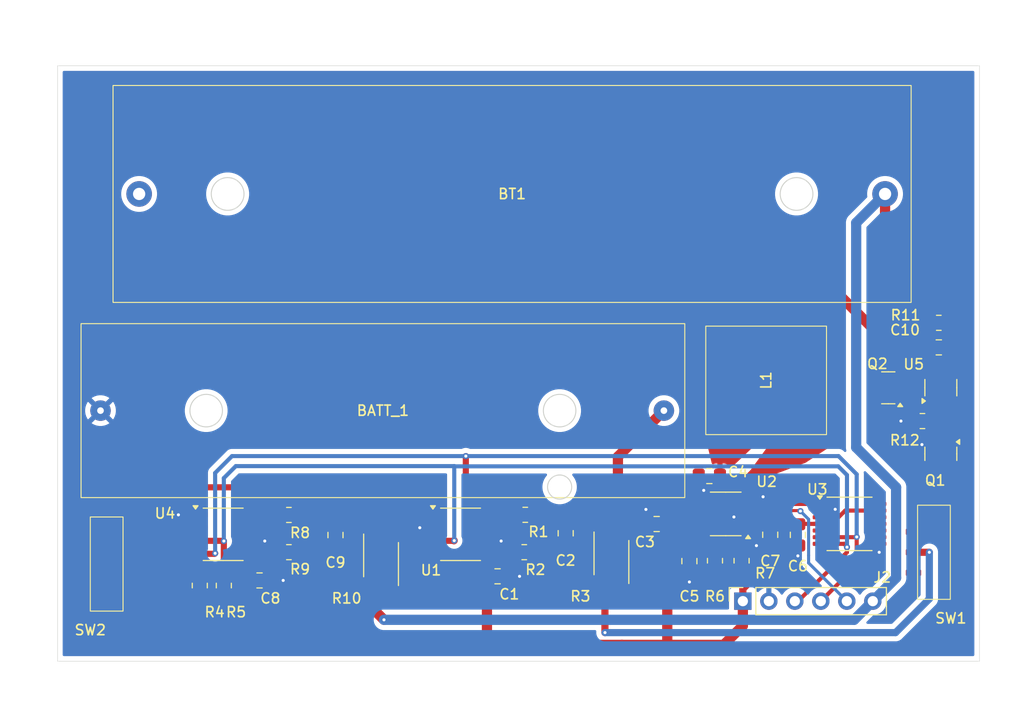
<source format=kicad_pcb>
(kicad_pcb (version 20241229) (generator "pcbnew") (generator_version "9.0")
  (title_block (title "Joule Thief 0") (date "2025-03-14") (rev "2") (company "Suneater Labs"))
  (layers (0 "F.Cu" signal) (2 "B.Cu" signal) (13 "F.Paste" user) (15 "B.Paste" user) (5 "F.SilkS" user "F.Silkscreen") (7 "B.SilkS" user "B.Silkscreen") (1 "F.Mask" user) (3 "B.Mask" user) (25 "Edge.Cuts" user))
  (net 0 "")
  (net 1 "+ALK")
  (net 2 "GND")
  (net 3 "LITH")
  (net 4 "Net-(BT1--)")
  (net 5 "V5+")
  (net 6 "Net-(C2-Pad1)")
  (net 7 "Net-(C2-Pad2)")
  (net 8 "Net-(SW1-B)")
  (net 9 "Net-(U2-AUX)")
  (net 10 "Net-(U2-LDO)")
  (net 11 "Net-(C9-Pad1)")
  (net 12 "Net-(C9-Pad2)")
  (net 13 "Net-(U5-VCC)")
  (net 14 "SDA")
  (net 15 "SHDN")
  (net 16 "SCL")
  (net 17 "Net-(U2-SWITCH)")
  (net 18 "Net-(Q1-D)")
  (net 19 "Net-(Q1-G)")
  (net 20 "Net-(Q2-G)")
  (net 21 "Net-(U1-IN+)")
  (net 22 "Net-(U1-IN-)")
  (net 23 "Net-(SW1-A)")
  (net 24 "Net-(U2-FB)")
  (net 25 "Net-(U4-IN+)")
  (net 26 "Net-(U4-IN-)")
  (net 27 "Net-(U5-CS)")
  (net 28 "MPPC")
  (net 34 "Net-(SW2-B)")
  (footprint "Joule Thief-Library:18650_Cell_Clip" (layer "F.Cu") (at 104.3725 42.33)
    (property "Reference" "BT1" (at 0 0 0) (layer "F.SilkS") (effects (font (thickness 0.16))))
    (property "Value" "Battery_Cell")
    (fp_circle (center -27.8 0) (end -26.2 0) (stroke (width 0.1)) (fill no) (layer "Edge.Cuts"))
    (fp_circle (center 27.8 0) (end 29.4 0) (stroke (width 0.1)) (fill no) (layer "Edge.Cuts"))
    (pad "1" thru_hole circle (at 36.45 0) (size 2.5 2.5) (drill 1.2) (layers "*.Cu" "*.Mask") (net 3 "LITH"))
    (pad "2" thru_hole circle (at -36.45 0) (size 2.5 2.5) (drill 1.2) (layers "*.Cu" "*.Mask") (net 4 "Net-(BT1--)"))
  )
  (footprint "Joule Thief-Library:AA_Cell_Clip" (layer "F.Cu") (at 91.7475 63.505)
    (property "Reference" "BATT_1" (at 0 0 0) (layer "F.SilkS") (effects (font (thickness 0.16))))
    (property "Value" "Alkaline AA")
    (fp_circle (center -17.27 0) (end -15.68 0) (stroke (width 0.1)) (fill no) (layer "Edge.Cuts"))
    (fp_circle (center 17.27 0) (end 18.86 0) (stroke (width 0.1)) (fill no) (layer "Edge.Cuts"))
    (fp_circle (center 17.27 7.47) (end 18.45 7.47) (stroke (width 0.1)) (fill no) (layer "Edge.Cuts"))
    (pad "1" thru_hole circle (at 27.46 0) (size 2 2) (drill 0.65) (layers "*.Cu" "*.Mask") (net 1 "+ALK"))
    (pad "2" thru_hole circle (at -27.6 0) (size 2 2) (drill 0.65) (layers "*.Cu" "*.Mask") (net 2 "GND"))
  )
  (footprint "Resistor_SMD:R_0805_2012Metric_Pad1.20x1.40mm_HandSolder" (layer "F.Cu") (at 105.66 73.69)
    (property "Reference" "R1" (at 1.29 1.66 0) (layer "F.SilkS") (effects (font (thickness 0.16))))
    (property "Value" "10")
    (pad "1" smd roundrect (at -1 0) (size 1.2 1.4) (layers "F.Cu" "F.Mask" "F.Paste") (roundrect_rratio 0.208333) (net 21 "Net-(U1-IN+)"))
    (pad "2" smd roundrect (at 1 0) (size 1.2 1.4) (layers "F.Cu" "F.Mask" "F.Paste") (roundrect_rratio 0.208333) (net 6 "Net-(C2-Pad1)"))
  )
  (footprint "Package_SO:TSSOP-14_4.4x5mm_P0.65mm" (layer "F.Cu") (at 137.35 74.575)
    (property "Reference" "U3" (at -3.15 -3.375 180) (layer "F.SilkS") (effects (font (thickness 0.16))))
    (property "Value" "AD5280")
    (pad "1" smd roundrect (at -2.8625 -1.95) (size 1.475 0.4) (layers "F.Cu" "F.Mask" "F.Paste") (net 28 "MPPC"))
    (pad "2" smd roundrect (at -2.8625 -1.3) (size 1.475 0.4) (layers "F.Cu" "F.Mask" "F.Paste") (net 28 "MPPC"))
    (pad "3" smd roundrect (at -2.8625 -0.65) (size 1.475 0.4) (layers "F.Cu" "F.Mask" "F.Paste") (net 2 "GND"))
    (pad "4" smd roundrect (at -2.8625 0) (size 1.475 0.4) (layers "F.Cu" "F.Mask" "F.Paste") (net 5 "V5+"))
    (pad "5" smd roundrect (at -2.8625 0.65) (size 1.475 0.4) (layers "F.Cu" "F.Mask" "F.Paste"))
    (pad "6" smd roundrect (at -2.8625 1.3) (size 1.475 0.4) (layers "F.Cu" "F.Mask" "F.Paste") (net 16 "SCL"))
    (pad "7" smd roundrect (at -2.8625 1.95) (size 1.475 0.4) (layers "F.Cu" "F.Mask" "F.Paste") (net 14 "SDA"))
    (pad "8" smd roundrect (at 2.8625 1.95) (size 1.475 0.4) (layers "F.Cu" "F.Mask" "F.Paste") (net 2 "GND"))
    (pad "9" smd roundrect (at 2.8625 1.3) (size 1.475 0.4) (layers "F.Cu" "F.Mask" "F.Paste") (net 2 "GND"))
    (pad "10" smd roundrect (at 2.8625 0.65) (size 1.475 0.4) (layers "F.Cu" "F.Mask" "F.Paste") (net 2 "GND"))
    (pad "11" smd roundrect (at 2.8625 0) (size 1.475 0.4) (layers "F.Cu" "F.Mask" "F.Paste") (net 2 "GND"))
    (pad "12" smd roundrect (at 2.8625 -0.65) (size 1.475 0.4) (layers "F.Cu" "F.Mask" "F.Paste"))
    (pad "13" smd roundrect (at 2.8625 -1.3) (size 1.475 0.4) (layers "F.Cu" "F.Mask" "F.Paste") (net 5 "V5+"))
    (pad "14" smd roundrect (at 2.8625 -1.95) (size 1.475 0.4) (layers "F.Cu" "F.Mask" "F.Paste"))
  )
  (footprint "Package_SO:MSOP-12_3x4.039mm_P0.65mm" (layer "F.Cu") (at 125.25 73.6 180)
    (property "Reference" "U2" (at -4 3.15 0) (layer "F.SilkS") (effects (font (thickness 0.16))))
    (property "Value" "LTC3105xMS")
    (pad "1" smd roundrect (at -2.15 -1.625 180) (size 1.45 0.4) (layers "F.Cu" "F.Mask" "F.Paste") (net 24 "Net-(U2-FB)"))
    (pad "2" smd roundrect (at -2.15 -0.975 180) (size 1.45 0.4) (layers "F.Cu" "F.Mask" "F.Paste") (net 10 "Net-(U2-LDO)"))
    (pad "3" smd roundrect (at -2.15 -0.325 180) (size 1.45 0.4) (layers "F.Cu" "F.Mask" "F.Paste") (net 2 "GND"))
    (pad "4" smd roundrect (at -2.15 0.325 180) (size 1.45 0.4) (layers "F.Cu" "F.Mask" "F.Paste") (net 15 "SHDN"))
    (pad "5" smd roundrect (at -2.15 0.975 180) (size 1.45 0.4) (layers "F.Cu" "F.Mask" "F.Paste") (net 28 "MPPC"))
    (pad "6" smd roundrect (at -2.15 1.625 180) (size 1.45 0.4) (layers "F.Cu" "F.Mask" "F.Paste") (net 2 "GND"))
    (pad "7" smd roundrect (at 2.15 1.625 180) (size 1.45 0.4) (layers "F.Cu" "F.Mask" "F.Paste") (net 2 "GND"))
    (pad "8" smd roundrect (at 2.15 0.975 180) (size 1.45 0.4) (layers "F.Cu" "F.Mask" "F.Paste") (net 23 "Net-(SW1-A)"))
    (pad "9" smd roundrect (at 2.15 0.325 180) (size 1.45 0.4) (layers "F.Cu" "F.Mask" "F.Paste") (net 17 "Net-(U2-SWITCH)"))
    (pad "10" smd roundrect (at 2.15 -0.325 180) (size 1.45 0.4) (layers "F.Cu" "F.Mask" "F.Paste"))
    (pad "11" smd roundrect (at 2.15 -0.975 180) (size 1.45 0.4) (layers "F.Cu" "F.Mask" "F.Paste") (net 5 "V5+"))
    (pad "12" smd roundrect (at 2.15 -1.625 180) (size 1.45 0.4) (layers "F.Cu" "F.Mask" "F.Paste") (net 9 "Net-(U2-AUX)"))
  )
  (footprint "Capacitor_SMD:C_0805_2012Metric_Pad1.18x1.45mm_HandSolder" (layer "F.Cu") (at 118.5 74.5875)
    (property "Reference" "C3" (at -1.15 1.75 0) (layer "F.SilkS") (effects (font (thickness 0.16))))
    (property "Value" "100u")
    (pad "1" smd roundrect (at -1.0375 0) (size 1.175 1.45) (layers "F.Cu" "F.Mask" "F.Paste") (roundrect_rratio 0.212766) (net 2 "GND"))
    (pad "2" smd roundrect (at 1.0375 0) (size 1.175 1.45) (layers "F.Cu" "F.Mask" "F.Paste") (roundrect_rratio 0.212766) (net 5 "V5+"))
  )
  (footprint "Resistor_SMD:R_0805_2012Metric_Pad1.20x1.40mm_HandSolder" (layer "F.Cu") (at 144.475 64.525)
    (property "Reference" "R12" (at -1.725 1.875 180) (layer "F.SilkS") (effects (font (thickness 0.16))))
    (property "Value" "1k")
    (pad "1" smd roundrect (at -1 0) (size 1.2 1.4) (layers "F.Cu" "F.Mask" "F.Paste") (roundrect_rratio 0.208333) (net 2 "GND"))
    (pad "2" smd roundrect (at 1 0) (size 1.2 1.4) (layers "F.Cu" "F.Mask" "F.Paste") (roundrect_rratio 0.208333) (net 27 "Net-(U5-CS)"))
  )
  (footprint "Resistor_SMD:R_0805_2012Metric_Pad1.20x1.40mm_HandSolder" (layer "F.Cu") (at 124.2 78.175 90)
    (property "Reference" "R6" (at -3.475 0 180) (layer "F.SilkS") (effects (font (thickness 0.16))))
    (property "Value" "910k")
    (pad "1" smd roundrect (at -1 0 90) (size 1.2 1.4) (layers "F.Cu" "F.Mask" "F.Paste") (roundrect_rratio 0.208333) (net 5 "V5+"))
    (pad "2" smd roundrect (at 1 0 90) (size 1.2 1.4) (layers "F.Cu" "F.Mask" "F.Paste") (roundrect_rratio 0.208333) (net 24 "Net-(U2-FB)"))
  )
  (footprint "Resistor_SMD:R_0805_2012Metric_Pad1.20x1.40mm_HandSolder" (layer "F.Cu") (at 82.56 73.7025)
    (property "Reference" "R8" (at 1.09 1.7475 0) (layer "F.SilkS") (effects (font (thickness 0.16))))
    (property "Value" "10")
    (pad "1" smd roundrect (at -1 0) (size 1.2 1.4) (layers "F.Cu" "F.Mask" "F.Paste") (roundrect_rratio 0.208333) (net 25 "Net-(U4-IN+)"))
    (pad "2" smd roundrect (at 1 0) (size 1.2 1.4) (layers "F.Cu" "F.Mask" "F.Paste") (roundrect_rratio 0.208333) (net 12 "Net-(C9-Pad2)"))
  )
  (footprint "Resistor_SMD:R_0805_2012Metric_Pad1.20x1.40mm_HandSolder" (layer "F.Cu") (at 82.56 77.34)
    (property "Reference" "R9" (at 1.09 1.66 0) (layer "F.SilkS") (effects (font (thickness 0.16))))
    (property "Value" "10")
    (pad "1" smd roundrect (at -1 0) (size 1.2 1.4) (layers "F.Cu" "F.Mask" "F.Paste") (roundrect_rratio 0.208333) (net 26 "Net-(U4-IN-)"))
    (pad "2" smd roundrect (at 1 0) (size 1.2 1.4) (layers "F.Cu" "F.Mask" "F.Paste") (roundrect_rratio 0.208333) (net 11 "Net-(C9-Pad1)"))
  )
  (footprint "Capacitor_SMD:C_0805_2012Metric_Pad1.18x1.45mm_HandSolder" (layer "F.Cu") (at 109.61 75.49 -90)
    (property "Reference" "C2" (at 2.66 0.01 180) (layer "F.SilkS") (effects (font (thickness 0.16))))
    (property "Value" "0.1u")
    (pad "1" smd roundrect (at -1.0375 0 270) (size 1.175 1.45) (layers "F.Cu" "F.Mask" "F.Paste") (roundrect_rratio 0.212766) (net 6 "Net-(C2-Pad1)"))
    (pad "2" smd roundrect (at 1.0375 0 270) (size 1.175 1.45) (layers "F.Cu" "F.Mask" "F.Paste") (roundrect_rratio 0.212766) (net 7 "Net-(C2-Pad2)"))
  )
  (footprint "Package_TO_SOT_SMD:SOT-23" (layer "F.Cu") (at 146.275 67.725 -90)
    (property "Reference" "Q1" (at 2.6 0.55 180) (layer "F.SilkS") (effects (font (thickness 0.16))))
    (property "Value" "AO3400A")
    (pad "1" smd roundrect (at -0.9375 -0.95 270) (size 1.475 0.6) (layers "F.Cu" "F.Mask" "F.Paste") (net 19 "Net-(Q1-G)"))
    (pad "2" smd roundrect (at -0.9375 0.95 270) (size 1.475 0.6) (layers "F.Cu" "F.Mask" "F.Paste") (net 2 "GND"))
    (pad "3" smd roundrect (at 0.9375 0 270) (size 1.475 0.6) (layers "F.Cu" "F.Mask" "F.Paste") (net 18 "Net-(Q1-D)"))
  )
  (footprint "Capacitor_SMD:C_0805_2012Metric_Pad1.18x1.45mm_HandSolder" (layer "F.Cu") (at 87.1125 75.665 90)
    (property "Reference" "C9" (at -2.685 0 180) (layer "F.SilkS") (effects (font (thickness 0.16))))
    (property "Value" "0.1u")
    (pad "1" smd roundrect (at -1.0375 0 90) (size 1.175 1.45) (layers "F.Cu" "F.Mask" "F.Paste") (roundrect_rratio 0.212766) (net 11 "Net-(C9-Pad1)"))
    (pad "2" smd roundrect (at 1.0375 0 90) (size 1.175 1.45) (layers "F.Cu" "F.Mask" "F.Paste") (roundrect_rratio 0.212766) (net 12 "Net-(C9-Pad2)"))
  )
  (footprint "Capacitor_SMD:C_0805_2012Metric_Pad1.18x1.45mm_HandSolder" (layer "F.Cu") (at 121.7 78.2125 -90)
    (property "Reference" "C5" (at 3.4375 0 180) (layer "F.SilkS") (effects (font (thickness 0.16))))
    (property "Value" "1u")
    (pad "1" smd roundrect (at -1.0375 0 270) (size 1.175 1.45) (layers "F.Cu" "F.Mask" "F.Paste") (roundrect_rratio 0.212766) (net 9 "Net-(U2-AUX)"))
    (pad "2" smd roundrect (at 1.0375 0 270) (size 1.175 1.45) (layers "F.Cu" "F.Mask" "F.Paste") (roundrect_rratio 0.212766) (net 2 "GND"))
  )
  (footprint "Connector_PinSocket_2.54mm:PinSocket_1x06_P2.54mm_Vertical" (layer "F.Cu") (at 126.925 82.125 90)
    (property "Reference" "J2" (at 2.325 13.625 180) (layer "F.SilkS") (effects (font (thickness 0.16))))
    (property "Value" "Conn_01x06_Socket")
    (pad "1" thru_hole rect (at 0 0 90) (size 1.7 1.7) (drill 1) (layers "*.Cu" "*.Mask") (net 5 "V5+"))
    (pad "2" thru_hole oval (at 0 2.54 90) (size 1.7 1.7) (drill 1) (layers "*.Cu" "*.Mask") (net 2 "GND"))
    (pad "3" thru_hole oval (at 0 5.08 90) (size 1.7 1.7) (drill 1) (layers "*.Cu" "*.Mask") (net 14 "SDA"))
    (pad "4" thru_hole oval (at 0 7.62 90) (size 1.7 1.7) (drill 1) (layers "*.Cu" "*.Mask") (net 16 "SCL"))
    (pad "5" thru_hole oval (at 0 10.16 90) (size 1.7 1.7) (drill 1) (layers "*.Cu" "*.Mask") (net 15 "SHDN"))
    (pad "6" thru_hole oval (at 0 12.7 90) (size 1.7 1.7) (drill 1) (layers "*.Cu" "*.Mask") (net 3 "LITH"))
  )
  (footprint "Resistor_SMD:R_0805_2012Metric_Pad1.20x1.40mm_HandSolder" (layer "F.Cu") (at 105.56 77.34)
    (property "Reference" "R2" (at 1.09 1.71 0) (layer "F.SilkS") (effects (font (thickness 0.16))))
    (property "Value" "10")
    (pad "1" smd roundrect (at -1 0) (size 1.2 1.4) (layers "F.Cu" "F.Mask" "F.Paste") (roundrect_rratio 0.208333) (net 22 "Net-(U1-IN-)"))
    (pad "2" smd roundrect (at 1 0) (size 1.2 1.4) (layers "F.Cu" "F.Mask" "F.Paste") (roundrect_rratio 0.208333) (net 7 "Net-(C2-Pad2)"))
  )
  (footprint "Package_TO_SOT_SMD:SOT-23-6" (layer "F.Cu") (at 146.275 61.2625 90)
    (property "Reference" "U5" (at 2.2875 -2.65 0) (layer "F.SilkS") (effects (font (thickness 0.16))))
    (property "Value" "DW01A")
    (pad "1" smd roundrect (at -1.1375 -0.95 90) (size 1.325 0.6) (layers "F.Cu" "F.Mask" "F.Paste") (net 20 "Net-(Q2-G)"))
    (pad "2" smd roundrect (at -1.1375 0 90) (size 1.325 0.6) (layers "F.Cu" "F.Mask" "F.Paste") (net 27 "Net-(U5-CS)"))
    (pad "3" smd roundrect (at -1.1375 0.95 90) (size 1.325 0.6) (layers "F.Cu" "F.Mask" "F.Paste") (net 19 "Net-(Q1-G)"))
    (pad "4" smd roundrect (at 1.1375 0.95 90) (size 1.325 0.6) (layers "F.Cu" "F.Mask" "F.Paste"))
    (pad "5" smd roundrect (at 1.1375 0 90) (size 1.325 0.6) (layers "F.Cu" "F.Mask" "F.Paste") (net 13 "Net-(U5-VCC)"))
    (pad "6" smd roundrect (at 1.1375 -0.95 90) (size 1.325 0.6) (layers "F.Cu" "F.Mask" "F.Paste") (net 4 "Net-(BT1--)"))
  )
  (footprint "Capacitor_SMD:C_0805_2012Metric_Pad1.18x1.45mm_HandSolder" (layer "F.Cu") (at 123.65 69.9 180)
    (property "Reference" "C4" (at -2.8 0.4 0) (layer "F.SilkS") (effects (font (thickness 0.16))))
    (property "Value" "10u")
    (pad "1" smd roundrect (at -1.0375 0 180) (size 1.175 1.45) (layers "F.Cu" "F.Mask" "F.Paste") (roundrect_rratio 0.212766) (net 23 "Net-(SW1-A)"))
    (pad "2" smd roundrect (at 1.0375 0 180) (size 1.175 1.45) (layers "F.Cu" "F.Mask" "F.Paste") (roundrect_rratio 0.212766) (net 2 "GND"))
  )
  (footprint "Package_TO_SOT_SMD:SOT-23" (layer "F.Cu") (at 141.1375 61.275 180)
    (property "Reference" "Q2" (at 1.0625 2.35 0) (layer "F.SilkS") (effects (font (thickness 0.16))))
    (property "Value" "AO3400A")
    (pad "1" smd roundrect (at -0.9375 -0.95 180) (size 1.475 0.6) (layers "F.Cu" "F.Mask" "F.Paste") (net 20 "Net-(Q2-G)"))
    (pad "2" smd roundrect (at -0.9375 0.95 180) (size 1.475 0.6) (layers "F.Cu" "F.Mask" "F.Paste") (net 4 "Net-(BT1--)"))
    (pad "3" smd roundrect (at 0.9375 0 180) (size 1.475 0.6) (layers "F.Cu" "F.Mask" "F.Paste") (net 18 "Net-(Q1-D)"))
  )
  (footprint "Capacitor_SMD:C_0805_2012Metric_Pad1.18x1.45mm_HandSolder" (layer "F.Cu") (at 129.6 75.6375 -90)
    (property "Reference" "C7" (at 2.5625 0 180) (layer "F.SilkS") (effects (font (thickness 0.16))))
    (property "Value" "4.7u")
    (pad "1" smd roundrect (at -1.0375 0 270) (size 1.175 1.45) (layers "F.Cu" "F.Mask" "F.Paste") (roundrect_rratio 0.212766) (net 10 "Net-(U2-LDO)"))
    (pad "2" smd roundrect (at 1.0375 0 270) (size 1.175 1.45) (layers "F.Cu" "F.Mask" "F.Paste") (roundrect_rratio 0.212766) (net 2 "GND"))
  )
  (footprint "Capacitor_SMD:C_0805_2012Metric_Pad1.18x1.45mm_HandSolder" (layer "F.Cu") (at 132.3 75.65 -90)
    (property "Reference" "C6" (at 3.05 0 180) (layer "F.SilkS") (effects (font (thickness 0.16))))
    (property "Value" "0.1u")
    (pad "1" smd roundrect (at -1.0375 0 270) (size 1.175 1.45) (layers "F.Cu" "F.Mask" "F.Paste") (roundrect_rratio 0.212766) (net 5 "V5+"))
    (pad "2" smd roundrect (at 1.0375 0 270) (size 1.175 1.45) (layers "F.Cu" "F.Mask" "F.Paste") (roundrect_rratio 0.212766) (net 2 "GND"))
  )
  (footprint "Resistor_SMD:R_Shunt_Vishay_WSK2512_6332Metric_T1.19mm" (layer "F.Cu") (at 91.565 78.07 -90)
    (property "Reference" "R10" (at 3.78 3.365 180) (layer "F.SilkS") (effects (font (thickness 0.16))))
    (property "Value" "0.1R")
    (pad "1" smd roundrect (at -2.985 -0.635 270) (size 2.29 2.03) (layers "F.Cu" "F.Mask" "F.Paste") (roundrect_rratio 0.12) (net 34 "Net-(SW2-B)"))
    (pad "2" smd roundrect (at -3.43 1.27 270) (size 1.4 0.76) (layers "F.Cu" "F.Mask" "F.Paste") (roundrect_rratio 0.12) (net 12 "Net-(C9-Pad2)"))
    (pad "3" smd roundrect (at 3.43 -1.27 270) (size 1.4 0.76) (layers "F.Cu" "F.Mask" "F.Paste") (net 11 "Net-(C9-Pad1)"))
    (pad "4" smd roundrect (at 2.985 0.635 270) (size 2.29 2.03) (layers "F.Cu" "F.Mask" "F.Paste") (roundrect_rratio 0.12) (net 3 "LITH"))
  )
  (footprint "Package_SO:SOIC-8_3.9x4.9mm_P1.27mm" (layer "F.Cu") (at 76.135 75.595)
    (property "Reference" "U4" (at -5.685 -2.045 0) (layer "F.SilkS") (effects (font (thickness 0.16))))
    (property "Value" "INA219AxD")
    (pad "1" smd roundrect (at -2.475 -1.905) (size 1.95 0.6) (layers "F.Cu" "F.Mask" "F.Paste") (net 2 "GND"))
    (pad "2" smd roundrect (at -2.475 -0.635) (size 1.95 0.6) (layers "F.Cu" "F.Mask" "F.Paste") (net 5 "V5+"))
    (pad "3" smd roundrect (at -2.475 0.635) (size 1.95 0.6) (layers "F.Cu" "F.Mask" "F.Paste") (net 14 "SDA"))
    (pad "4" smd roundrect (at -2.475 1.905) (size 1.95 0.6) (layers "F.Cu" "F.Mask" "F.Paste") (net 16 "SCL"))
    (pad "5" smd roundrect (at 2.475 1.905) (size 1.95 0.6) (layers "F.Cu" "F.Mask" "F.Paste") (net 5 "V5+"))
    (pad "6" smd roundrect (at 2.475 0.635) (size 1.95 0.6) (layers "F.Cu" "F.Mask" "F.Paste") (net 2 "GND"))
    (pad "7" smd roundrect (at 2.475 -0.635) (size 1.95 0.6) (layers "F.Cu" "F.Mask" "F.Paste") (net 26 "Net-(U4-IN-)"))
    (pad "8" smd roundrect (at 2.475 -1.905) (size 1.95 0.6) (layers "F.Cu" "F.Mask" "F.Paste") (net 25 "Net-(U4-IN+)"))
  )
  (footprint "Resistor_SMD:R_Shunt_Vishay_WSK2512_6332Metric_T1.19mm" (layer "F.Cu") (at 114.08 77.87 -90)
    (property "Reference" "R3" (at 3.78 3.03 180) (layer "F.SilkS") (effects (font (thickness 0.16))))
    (property "Value" "0.1R")
    (pad "1" smd roundrect (at -2.985 -0.635 270) (size 2.29 2.03) (layers "F.Cu" "F.Mask" "F.Paste") (roundrect_rratio 0.12) (net 1 "+ALK"))
    (pad "2" smd roundrect (at -3.43 1.27 270) (size 1.4 0.76) (layers "F.Cu" "F.Mask" "F.Paste") (roundrect_rratio 0.12) (net 6 "Net-(C2-Pad1)"))
    (pad "3" smd roundrect (at 3.43 -1.27 270) (size 1.4 0.76) (layers "F.Cu" "F.Mask" "F.Paste") (net 7 "Net-(C2-Pad2)"))
    (pad "4" smd roundrect (at 2.985 0.635 270) (size 2.29 2.03) (layers "F.Cu" "F.Mask" "F.Paste") (roundrect_rratio 0.12) (net 8 "Net-(SW1-B)"))
  )
  (footprint "Joule Thief-Library:Power_Inductor_101040" (layer "F.Cu") (at 129.2 60.55)
    (property "Reference" "L1" (at 0 0 90) (layer "F.SilkS") (effects (font (thickness 0.16))))
    (property "Value" "10u")
    (pad "1" smd roundrect (at -4.75 0 90) (size 3.5 4) (layers "F.Cu" "F.Mask" "F.Paste") (roundrect_rratio 0.15) (net 23 "Net-(SW1-A)"))
    (pad "2" smd roundrect (at 4.75 0 90) (size 3.5 4) (layers "F.Cu" "F.Mask" "F.Paste") (roundrect_rratio 0.15) (net 17 "Net-(U2-SWITCH)"))
  )
  (footprint "Resistor_SMD:R_0805_2012Metric_Pad1.20x1.40mm_HandSolder" (layer "F.Cu") (at 126.8 78.175 -90)
    (property "Reference" "R7" (at 1.225 -2.3 180) (layer "F.SilkS") (effects (font (thickness 0.16))))
    (property "Value" "220k")
    (pad "1" smd roundrect (at -1 0 270) (size 1.2 1.4) (layers "F.Cu" "F.Mask" "F.Paste") (roundrect_rratio 0.208333) (net 24 "Net-(U2-FB)"))
    (pad "2" smd roundrect (at 1 0 270) (size 1.2 1.4) (layers "F.Cu" "F.Mask" "F.Paste") (roundrect_rratio 0.208333) (net 2 "GND"))
  )
  (footprint "Resistor_SMD:R_0805_2012Metric_Pad1.20x1.40mm_HandSolder" (layer "F.Cu") (at 146.075 54.925 180)
    (property "Reference" "R11" (at 3.25 0.75 0) (layer "F.SilkS") (effects (font (thickness 0.16))))
    (property "Value" "100")
    (pad "1" smd roundrect (at -1 0 180) (size 1.2 1.4) (layers "F.Cu" "F.Mask" "F.Paste") (roundrect_rratio 0.208333) (net 13 "Net-(U5-VCC)"))
    (pad "2" smd roundrect (at 1 0 180) (size 1.2 1.4) (layers "F.Cu" "F.Mask" "F.Paste") (roundrect_rratio 0.208333) (net 3 "LITH"))
  )
  (footprint "Capacitor_SMD:C_0805_2012Metric_Pad1.18x1.45mm_HandSolder" (layer "F.Cu") (at 79.69 80.1025)
    (property "Reference" "C8" (at 1.06 1.7475 180) (layer "F.SilkS") (effects (font (thickness 0.16))))
    (property "Value" "0.1u")
    (pad "1" smd roundrect (at -1.0375 0) (size 1.175 1.45) (layers "F.Cu" "F.Mask" "F.Paste") (roundrect_rratio 0.212766) (net 5 "V5+"))
    (pad "2" smd roundrect (at 1.0375 0) (size 1.175 1.45) (layers "F.Cu" "F.Mask" "F.Paste") (roundrect_rratio 0.212766) (net 2 "GND"))
  )
  (footprint "Joule Thief-Library:SMD_DPST_Switch" (layer "F.Cu") (at 145.6 77.35 -90)
    (property "Reference" "SW1" (at 6.45 -1.65 0) (layer "F.SilkS") (effects (font (thickness 0.16))))
    (property "Value" "SW_SPST")
    (pad "1" smd roundrect (at -2 2) (size 1.5 0.6) (layers "F.Cu" "F.Mask" "F.Paste") (roundrect_rratio 0.15) (net 23 "Net-(SW1-A)"))
    (pad "2" smd roundrect (at 0 2) (size 1.5 0.6) (layers "F.Cu" "F.Mask" "F.Paste") (roundrect_rratio 0.15) (net 8 "Net-(SW1-B)"))
    (pad "3" smd roundrect (at 2 2) (size 1.5 0.6) (layers "F.Cu" "F.Mask" "F.Paste") (roundrect_rratio 0.15))
    (pad "4" smd roundrect (at -2 -2) (size 1.5 0.6) (layers "F.Cu" "F.Mask" "F.Paste") (roundrect_rratio 0.15))
    (pad "5" smd roundrect (at 0 -2) (size 1.5 0.6) (layers "F.Cu" "F.Mask" "F.Paste") (roundrect_rratio 0.15))
    (pad "6" smd roundrect (at 2 -2) (size 1.5 0.6) (layers "F.Cu" "F.Mask" "F.Paste") (roundrect_rratio 0.15))
  )
  (footprint "Resistor_SMD:R_0805_2012Metric_Pad1.20x1.40mm_HandSolder" (layer "F.Cu") (at 76.2 80.6 90)
    (property "Reference" "R5" (at -2.6 1.2 0) (layer "F.SilkS") (effects (font (thickness 0.16))))
    (property "Value" "4.7k")
    (pad "1" smd roundrect (at -1 0 90) (size 1.2 1.4) (layers "F.Cu" "F.Mask" "F.Paste") (roundrect_rratio 0.208333) (net 5 "V5+"))
    (pad "2" smd roundrect (at 1 0 90) (size 1.2 1.4) (layers "F.Cu" "F.Mask" "F.Paste") (roundrect_rratio 0.208333) (net 14 "SDA"))
  )
  (footprint "Resistor_SMD:R_0805_2012Metric_Pad1.20x1.40mm_HandSolder" (layer "F.Cu") (at 73.85 80.6 90)
    (property "Reference" "R4" (at -2.6 1.45 0) (layer "F.SilkS") (effects (font (thickness 0.16))))
    (property "Value" "4.7k")
    (pad "1" smd roundrect (at -1 0 90) (size 1.2 1.4) (layers "F.Cu" "F.Mask" "F.Paste") (roundrect_rratio 0.208333) (net 5 "V5+"))
    (pad "2" smd roundrect (at 1 0 90) (size 1.2 1.4) (layers "F.Cu" "F.Mask" "F.Paste") (roundrect_rratio 0.208333) (net 16 "SCL"))
  )
  (footprint "Capacitor_SMD:C_0805_2012Metric_Pad1.18x1.45mm_HandSolder" (layer "F.Cu") (at 102.9525 79.6975)
    (property "Reference" "C1" (at 1.1475 1.7525 0) (layer "F.SilkS") (effects (font (thickness 0.16))))
    (property "Value" "0.1u")
    (pad "1" smd roundrect (at -1.0375 0) (size 1.175 1.45) (layers "F.Cu" "F.Mask" "F.Paste") (roundrect_rratio 0.212766) (net 5 "V5+"))
    (pad "2" smd roundrect (at 1.0375 0) (size 1.175 1.45) (layers "F.Cu" "F.Mask" "F.Paste") (roundrect_rratio 0.212766) (net 2 "GND"))
  )
  (footprint "Package_SO:SOIC-8_3.9x4.9mm_P1.27mm" (layer "F.Cu") (at 99.335 75.595)
    (property "Reference" "U1" (at -2.885 3.505 0) (layer "F.SilkS") (effects (font (thickness 0.16))))
    (property "Value" "INA219AxD")
    (pad "1" smd roundrect (at -2.475 -1.905) (size 1.95 0.6) (layers "F.Cu" "F.Mask" "F.Paste") (net 2 "GND"))
    (pad "2" smd roundrect (at -2.475 -0.635) (size 1.95 0.6) (layers "F.Cu" "F.Mask" "F.Paste") (net 2 "GND"))
    (pad "3" smd roundrect (at -2.475 0.635) (size 1.95 0.6) (layers "F.Cu" "F.Mask" "F.Paste") (net 14 "SDA"))
    (pad "4" smd roundrect (at -2.475 1.905) (size 1.95 0.6) (layers "F.Cu" "F.Mask" "F.Paste") (net 16 "SCL"))
    (pad "5" smd roundrect (at 2.475 1.905) (size 1.95 0.6) (layers "F.Cu" "F.Mask" "F.Paste") (net 5 "V5+"))
    (pad "6" smd roundrect (at 2.475 0.635) (size 1.95 0.6) (layers "F.Cu" "F.Mask" "F.Paste") (net 2 "GND"))
    (pad "7" smd roundrect (at 2.475 -0.635) (size 1.95 0.6) (layers "F.Cu" "F.Mask" "F.Paste") (net 22 "Net-(U1-IN-)"))
    (pad "8" smd roundrect (at 2.475 -1.905) (size 1.95 0.6) (layers "F.Cu" "F.Mask" "F.Paste") (net 21 "Net-(U1-IN+)"))
  )
  (footprint "Capacitor_SMD:C_0805_2012Metric_Pad1.18x1.45mm_HandSolder" (layer "F.Cu") (at 146.075 57.325 180)
    (property "Reference" "C10" (at 3.3 1.7 0) (layer "F.SilkS") (effects (font (thickness 0.16))))
    (property "Value" "0.1u")
    (pad "1" smd roundrect (at -1.0375 0 180) (size 1.175 1.45) (layers "F.Cu" "F.Mask" "F.Paste") (roundrect_rratio 0.212766) (net 13 "Net-(U5-VCC)"))
    (pad "2" smd roundrect (at 1.0375 0 180) (size 1.175 1.45) (layers "F.Cu" "F.Mask" "F.Paste") (roundrect_rratio 0.212766) (net 4 "Net-(BT1--)"))
  )
  (footprint "Joule Thief-Library:SMD_DPST_Switch" (layer "F.Cu") (at 64.75 78.5 90)
    (property "Reference" "SW2" (at -6.45 -1.6 0) (layer "F.SilkS") (effects (font (thickness 0.16))))
    (property "Value" "SW_SPST")
    (pad "1" smd roundrect (at -2 2 180) (size 1.5 0.6) (layers "F.Cu" "F.Mask" "F.Paste") (roundrect_rratio 0.15) (net 5 "V5+"))
    (pad "2" smd roundrect (at 0 2 180) (size 1.5 0.6) (layers "F.Cu" "F.Mask" "F.Paste") (roundrect_rratio 0.15) (net 34 "Net-(SW2-B)"))
    (pad "3" smd roundrect (at 2 2 180) (size 1.5 0.6) (layers "F.Cu" "F.Mask" "F.Paste") (roundrect_rratio 0.15))
    (pad "4" smd roundrect (at -2 -2 180) (size 1.5 0.6) (layers "F.Cu" "F.Mask" "F.Paste") (roundrect_rratio 0.15))
    (pad "5" smd roundrect (at 0 -2 180) (size 1.5 0.6) (layers "F.Cu" "F.Mask" "F.Paste") (roundrect_rratio 0.15))
    (pad "6" smd roundrect (at 2 -2 180) (size 1.5 0.6) (layers "F.Cu" "F.Mask" "F.Paste") (roundrect_rratio 0.15))
  )
  (gr_rect (start 59.95 29.8) (end 150.05 88) (stroke (width 0.05)) (fill no) (layer "Edge.Cuts"))
  (segment (start 119.2075 63.505) (end 114.715 67.9975) (width 1) (layer "F.Cu") (net 1))
  (segment (start 114.715 67.9975) (end 114.715 74.885) (width 1) (layer "F.Cu") (net 1))
  (segment (start 123.1 71.2) (end 123.1 71.3) (width 0.6) (layer "F.Cu") (net 2))
  (segment (start 128.275 76.675) (end 128.25 76.7) (width 0.4) (layer "F.Cu") (net 2))
  (segment (start 140.25 76.5625) (end 140.2125 76.525) (width 0.6) (layer "F.Cu") (net 2))
  (segment (start 145.2875 66.825) (end 145.325 66.7875) (width 0.6) (layer "F.Cu") (net 2))
  (segment (start 143.475 64.525) (end 142.375 64.525) (width 0.6) (layer "F.Cu") (net 2))
  (segment (start 144.425 66.825) (end 145.2875 66.825) (width 0.6) (layer "F.Cu") (net 2))
  (segment (start 140.25 77.35) (end 140.25 76.5625) (width 0.6) (layer "F.Cu") (net 2))
  (segment (start 127.275 79.175) (end 128.25 78.2) (width 0.6) (layer "F.Cu") (net 2))
  (segment (start 144.4625 66.7875) (end 144.425 66.825) (width 0.3) (layer "F.Cu") (net 2))
  (segment (start 126.8 79.175) (end 127.275 79.175) (width 0.6) (layer "F.Cu") (net 2))
  (segment (start 96.86 74.96) (end 95.36 74.96) (width 0.6) (layer "F.Cu") (net 2))
  (segment (start 129.4 82.06) (end 129.465 82.125) (width 0.3) (layer "F.Cu") (net 2))
  (segment (start 105.0975 79.6975) (end 105.1 79.7) (width 0.3) (layer "F.Cu") (net 2))
  (segment (start 122.65 70.75) (end 123.1 71.2) (width 0.6) (layer "F.Cu") (net 2))
  (segment (start 122.6125 69.9) (end 122.65 69.9375) (width 0.6) (layer "F.Cu") (net 2))
  (segment (start 117.45 74.575) (end 117.4625 74.5875) (width 0.6) (layer "F.Cu") (net 2))
  (segment (start 128.85 71.975) (end 128.9 71.925) (width 0.4) (layer "F.Cu") (net 2))
  (segment (start 96.86 73.69) (end 96.86 74.96) (width 0.6) (layer "F.Cu") (net 2))
  (segment (start 134.4875 73.925) (end 135.224999 73.925) (width 0.3) (layer "F.Cu") (net 2))
  (segment (start 128.25 78.2) (end 128.25 76.7) (width 0.6) (layer "F.Cu") (net 2))
  (segment (start 123.1 71.975) (end 123.1 71.3) (width 0.4) (layer "F.Cu") (net 2))
  (segment (start 78.61 76.23) (end 80.18 76.23) (width 0.6) (layer "F.Cu") (net 2))
  (segment (start 140.2125 75.875) (end 140.2125 76.525) (width 0.6) (layer "F.Cu") (net 2))
  (segment (start 95.36 74.96) (end 95.35 74.95) (width 0.4) (layer "F.Cu") (net 2))
  (segment (start 103.28 76.23) (end 103.3 76.25) (width 0.3) (layer "F.Cu") (net 2))
  (segment (start 71.76 73.69) (end 73.66 73.69) (width 0.6) (layer "F.Cu") (net 2))
  (segment (start 101.81 76.23) (end 103.28 76.23) (width 0.6) (layer "F.Cu") (net 2))
  (segment (start 132.3 76.6875) (end 132.3 77.7) (width 0.6) (layer "F.Cu") (net 2))
  (segment (start 81.9975 80.1025) (end 82 80.1) (width 0.3) (layer "F.Cu") (net 2))
  (segment (start 127.4 73.925) (end 126.075 73.925) (width 0.4) (layer "F.Cu") (net 2))
  (segment (start 129.6 76.675) (end 128.275 76.675) (width 0.6) (layer "F.Cu") (net 2))
  (segment (start 140.2125 77.3125) (end 140.25 77.35) (width 0.3) (layer "F.Cu") (net 2))
  (segment (start 121.7 80.2) (end 121.65 80.25) (width 0.3) (layer "F.Cu") (net 2))
  (segment (start 140.2125 75.225) (end 140.2125 75.875) (width 0.6) (layer "F.Cu") (net 2))
  (segment (start 122.65 69.9375) (end 122.65 70.75) (width 0.6) (layer "F.Cu") (net 2))
  (segment (start 140.2125 74.575) (end 140.2125 75.225) (width 0.4) (layer "F.Cu") (net 2))
  (segment (start 126.075 73.925) (end 126.05 73.95) (width 0.3) (layer "F.Cu") (net 2))
  (segment (start 135.224999 73.925) (end 135.95 73.199999) (width 0.3) (layer "F.Cu") (net 2))
  (segment (start 80.7275 80.1025) (end 80.7275 80.3275) (width 0.3) (layer "F.Cu") (net 2))
  (segment (start 80.18 76.23) (end 80.2 76.25) (width 0.3) (layer "F.Cu") (net 2))
  (segment (start 80.7275 80.1025) (end 81.9975 80.1025) (width 0.6) (layer "F.Cu") (net 2))
  (segment (start 121.7 79.25) (end 121.7 80.2) (width 0.6) (layer "F.Cu") (net 2))
  (segment (start 127.4 71.975) (end 128.85 71.975) (width 0.4) (layer "F.Cu") (net 2))
  (segment (start 103.99 79.6975) (end 105.0975 79.6975) (width 0.6) (layer "F.Cu") (net 2))
  (segment (start 117.45 73.1625) (end 117.45 74.575) (width 0.6) (layer "F.Cu") (net 2))
  (via (at 95.35 74.95) (size 0.6) (drill 0.3) (layers "F.Cu" "B.Cu") (net 2))
  (via (at 71.76 73.69) (size 0.6) (drill 0.3) (layers "F.Cu" "B.Cu") (net 2))
  (via (at 132.3 77.7) (size 0.6) (drill 0.3) (layers "F.Cu" "B.Cu") (net 2))
  (via (at 126.05 73.9) (size 0.6) (drill 0.3) (layers "F.Cu" "B.Cu") (net 2))
  (via (at 123.1 71.3) (size 0.6) (drill 0.3) (layers "F.Cu" "B.Cu") (net 2))
  (via (at 128.25 76.7) (size 0.6) (drill 0.3) (layers "F.Cu" "B.Cu") (net 2))
  (via (at 135.95 73.15) (size 0.6) (drill 0.3) (layers "F.Cu" "B.Cu") (net 2))
  (via (at 121.7 80.25) (size 0.6) (drill 0.3) (layers "F.Cu" "B.Cu") (net 2))
  (via (at 117.45 73.1625) (size 0.6) (drill 0.3) (layers "F.Cu" "B.Cu") (net 2))
  (via (at 103.3 76.25) (size 0.6) (drill 0.3) (layers "F.Cu" "B.Cu") (net 2))
  (via (at 140.25 77.35) (size 0.6) (drill 0.3) (layers "F.Cu" "B.Cu") (net 2))
  (via (at 82 80.1) (size 0.6) (drill 0.3) (layers "F.Cu" "B.Cu") (net 2))
  (via (at 128.9 71.925) (size 0.6) (drill 0.3) (layers "F.Cu" "B.Cu") (net 2))
  (via (at 105.1 79.7) (size 0.6) (drill 0.3) (layers "F.Cu" "B.Cu") (net 2))
  (via (at 80.2 76.25) (size 0.6) (drill 0.3) (layers "F.Cu" "B.Cu") (net 2))
  (via (at 142.375 64.525) (size 0.6) (drill 0.3) (layers "F.Cu" "B.Cu") (net 2))
  (via (at 144.425 66.825) (size 0.6) (drill 0.3) (layers "F.Cu" "B.Cu") (net 2))
  (segment (start 145.075 54.925) (end 145.075 51.725) (width 1) (layer "F.Cu") (net 3))
  (segment (start 145.075 51.725) (end 140.8225 47.4725) (width 1) (layer "F.Cu") (net 3))
  (segment (start 140.8225 47.4725) (end 140.8225 42.33) (width 1) (layer "F.Cu") (net 3))
  (segment (start 90.9 83) (end 90.93 82.97) (width 1) (layer "F.Cu") (net 3))
  (segment (start 91.85 83.95) (end 90.9 83) (width 1) (layer "F.Cu") (net 3))
  (segment (start 90.93 82.97) (end 90.93 81.055) (width 1) (layer "F.Cu") (net 3))
  (via (at 91.85 83.95) (size 0.6) (drill 0.3) (layers "F.Cu" "B.Cu") (net 3))
  (segment (start 141.9 79.85) (end 141.9 71) (width 1) (layer "B.Cu") (net 3))
  (segment (start 138 45.1525) (end 140.8225 42.33) (width 1) (layer "B.Cu") (net 3))
  (segment (start 91.85 83.95) (end 137.8 83.95) (width 1) (layer "B.Cu") (net 3))
  (segment (start 138 67.1) (end 138 45.1525) (width 1) (layer "B.Cu") (net 3))
  (segment (start 139.625 82.125) (end 141.9 79.85) (width 1) (layer "B.Cu") (net 3))
  (segment (start 141.9 71) (end 138 67.1) (width 1) (layer "B.Cu") (net 3))
  (segment (start 137.8 83.95) (end 139.625 82.125) (width 1) (layer "B.Cu") (net 3))
  (segment (start 142.075 57.925) (end 142.075 60.325) (width 1) (layer "F.Cu") (net 4))
  (segment (start 145.325 60.125) (end 145.325 58.925) (width 0.6) (layer "F.Cu") (net 4))
  (segment (start 73.6425 51.25) (end 135.4 51.25) (width 1) (layer "F.Cu") (net 4))
  (segment (start 64.7975 42.405) (end 73.6425 51.25) (width 1) (layer "F.Cu") (net 4))
  (segment (start 145.325 58.925) (end 145.0375 58.6375) (width 0.6) (layer "F.Cu") (net 4))
  (segment (start 135.4 51.25) (end 142.075 57.925) (width 1) (layer "F.Cu") (net 4))
  (segment (start 145.125 60.325) (end 145.325 60.125) (width 0.4) (layer "F.Cu") (net 4))
  (segment (start 142.075 60.325) (end 145.125 60.325) (width 0.6) (layer "F.Cu") (net 4))
  (segment (start 145.325 57.6125) (end 145.0375 57.325) (width 0.4) (layer "F.Cu") (net 4))
  (segment (start 145.0375 58.6375) (end 145.0375 57.325) (width 0.6) (layer "F.Cu") (net 4))
  (segment (start 73.85 81.6) (end 73.85 83.35) (width 1) (layer "F.Cu") (net 5))
  (segment (start 119.5375 74.5875) (end 119.55 74.6) (width 0.5) (layer "F.Cu") (net 5))
  (segment (start 140.2125 73.275) (end 136.925 73.275) (width 0.4) (layer "F.Cu") (net 5))
  (segment (start 119.55 86.399) (end 125.051 86.399) (width 1) (layer "F.Cu") (net 5))
  (segment (start 71.64 74.96) (end 70.9 75.7) (width 0.7) (layer "F.Cu") (net 5))
  (segment (start 124.2 80.15) (end 124.2 79.175) (width 0.7) (layer "F.Cu") (net 5))
  (segment (start 70.9 80.5) (end 70.9 83.5) (width 1) (layer "F.Cu") (net 5))
  (segment (start 70.9 83.5) (end 72.3 84.9) (width 1) (layer "F.Cu") (net 5))
  (segment (start 119.55 74.575) (end 119.5375 74.5875) (width 0.4) (layer "F.Cu") (net 5))
  (segment (start 123.1 74.575) (end 119.55 74.575) (width 0.4) (layer "F.Cu") (net 5))
  (segment (start 131.4875 74.6125) (end 130.95 75.15) (width 0.7) (layer "F.Cu") (net 5))
  (segment (start 136.925 73.275) (end 135.625 74.575) (width 0.4) (layer "F.Cu") (net 5))
  (segment (start 73.799 86.399) (end 115.101 86.399) (width 1) (layer "F.Cu") (net 5))
  (segment (start 132.3 74.6125) (end 131.4875 74.6125) (width 0.7) (layer "F.Cu") (net 5))
  (segment (start 78.6525 80.1025) (end 78.6525 80.9475) (width 1) (layer "F.Cu") (net 5))
  (segment (start 76.2 81.6) (end 73.85 81.6) (width 1) (layer "F.Cu") (net 5))
  (segment (start 124.4 80.35) (end 124.2 80.15) (width 0.7) (layer "F.Cu") (net 5))
  (segment (start 130.2 80.35) (end 127.5 80.35) (width 0.7) (layer "F.Cu") (net 5))
  (segment (start 134.4875 74.575) (end 132.3375 74.575) (width 0.4) (layer "F.Cu") (net 5))
  (segment (start 70.9 75.7) (end 70.9 80.5) (width 1) (layer "F.Cu") (net 5))
  (segment (start 78 81.6) (end 76.2 81.6) (width 1) (layer "F.Cu") (net 5))
  (segment (start 78.6525 80.9475) (end 78 81.6) (width 1) (layer "F.Cu") (net 5))
  (segment (start 72.3 84.9) (end 73.799 86.399) (width 1) (layer "F.Cu") (net 5))
  (segment (start 125.051 86.399) (end 126.925 84.525) (width 1) (layer "F.Cu") (net 5))
  (segment (start 130.95 75.15) (end 130.95 79.6) (width 0.7) (layer "F.Cu") (net 5))
  (segment (start 78.61 79.52) (end 78.6525 79.5625) (width 0.4) (layer "F.Cu") (net 5))
  (segment (start 73.85 83.35) (end 72.3 84.9) (width 1) (layer "F.Cu") (net 5))
  (segment (start 130.95 79.6) (end 130.2 80.35) (width 0.7) (layer "F.Cu") (net 5))
  (segment (start 132.3375 74.575) (end 132.3 74.6125) (width 0.4) (layer "F.Cu") (net 5))
  (segment (start 101.915 79.6975) (end 101.915 86.199) (width 1) (layer "F.Cu") (net 5))
  (segment (start 135.625 74.575) (end 134.4875 74.575) (width 0.4) (layer "F.Cu") (net 5))
  (segment (start 127.5 80.35) (end 126.925 80.925) (width 0.7) (layer "F.Cu") (net 5))
  (segment (start 119.5375 86.3865) (end 119.55 86.399) (width 1) (layer "F.Cu") (net 5))
  (segment (start 119.5375 74.975) (end 119.5375 86.3865) (width 1) (layer "F.Cu") (net 5))
  (segment (start 126.925 80.925) (end 126.925 82.125) (width 0.7) (layer "F.Cu") (net 5))
  (segment (start 134.45 74.6125) (end 134.4875 74.575) (width 0.3) (layer "F.Cu") (net 5))
  (segment (start 101.81 79.5925) (end 101.915 79.6975) (width 0.4) (layer "F.Cu") (net 5))
  (segment (start 73.66 74.96) (end 71.64 74.96) (width 0.6) (layer "F.Cu") (net 5))
  (segment (start 127.5 80.35) (end 124.4 80.35) (width 0.7) (layer "F.Cu") (net 5))
  (segment (start 101.81 77.5) (end 101.81 79.5925) (width 0.6) (layer "F.Cu") (net 5))
  (segment (start 126.8 82) (end 126.925 82.125) (width 0.3) (layer "F.Cu") (net 5))
  (segment (start 78.61 77.5) (end 78.61 79.52) (width 0.6) (layer "F.Cu") (net 5))
  (segment (start 66.75 80.5) (end 70.9 80.5) (width 0.6) (layer "F.Cu") (net 5))
  (segment (start 126.925 84.525) (end 126.925 82.125) (width 1) (layer "F.Cu") (net 5))
  (segment (start 115.101 86.399) (end 119.55 86.399) (width 1) (layer "F.Cu") (net 5))
  (segment (start 112.7975 74.4525) (end 112.81 74.44) (width 0.3) (layer "F.Cu") (net 6))
  (segment (start 109.61 74.4525) (end 112.7975 74.4525) (width 0.3) (layer "F.Cu") (net 6))
  (segment (start 107.69 73.69) (end 108.4525 74.4525) (width 0.3) (layer "F.Cu") (net 6))
  (segment (start 106.66 73.69) (end 107.69 73.69) (width 0.3) (layer "F.Cu") (net 6))
  (segment (start 108.4525 74.4525) (end 109.61 74.4525) (width 0.3) (layer "F.Cu") (net 6))
  (segment (start 112.7275 76.5275) (end 115.35 79.15) (width 0.3) (layer "F.Cu") (net 7))
  (segment (start 115.35 79.15) (end 115.35 81.3) (width 0.3) (layer "F.Cu") (net 7))
  (segment (start 109.61 76.5275) (end 108.4725 76.5275) (width 0.3) (layer "F.Cu") (net 7))
  (segment (start 108.4725 76.5275) (end 107.66 77.34) (width 0.3) (layer "F.Cu") (net 7))
  (segment (start 107.66 77.34) (end 106.56 77.34) (width 0.3) (layer "F.Cu") (net 7))
  (segment (start 109.61 76.5275) (end 112.7275 76.5275) (width 0.3) (layer "F.Cu") (net 7))
  (segment (start 113.445 80.855) (end 113.445 85.195) (width 0.7) (layer "F.Cu") (net 8))
  (segment (start 143.6 77.35) (end 145.15 77.35) (width 0.7) (layer "F.Cu") (net 8))
  (segment (start 113.445 85.195) (end 113.45 85.2) (width 0.7) (layer "F.Cu") (net 8))
  (via (at 113.45 85.2) (size 0.6) (drill 0.3) (layers "F.Cu" "B.Cu") (net 8))
  (via (at 145.15 77.35) (size 0.6) (drill 0.3) (layers "F.Cu" "B.Cu") (net 8))
  (segment (start 145.15 81.9) (end 141.85 85.2) (width 0.7) (layer "B.Cu") (net 8))
  (segment (start 145.15 77.35) (end 145.15 81.9) (width 0.7) (layer "B.Cu") (net 8))
  (segment (start 141.85 85.2) (end 113.45 85.2) (width 0.7) (layer "B.Cu") (net 8))
  (segment (start 122.25 75.225) (end 123.1 75.225) (width 0.4) (layer "F.Cu") (net 9))
  (segment (start 121.7 77.175) (end 121.7 75.775) (width 0.4) (layer "F.Cu") (net 9))
  (segment (start 121.7 75.775) (end 122.25 75.225) (width 0.4) (layer "F.Cu") (net 9))
  (segment (start 129.575 74.575) (end 129.6 74.6) (width 0.3) (layer "F.Cu") (net 10))
  (segment (start 127.4 74.575) (end 129.575 74.575) (width 0.4) (layer "F.Cu") (net 10))
  (segment (start 87.1125 76.7025) (end 89.8475 76.7025) (width 0.3) (layer "F.Cu") (net 11))
  (segment (start 85.4975 76.7025) (end 84.86 77.34) (width 0.3) (layer "F.Cu") (net 11))
  (segment (start 92.8525 81.4825) (end 92.835 81.5) (width 0.3) (layer "F.Cu") (net 11))
  (segment (start 84.86 77.34) (end 83.56 77.34) (width 0.3) (layer "F.Cu") (net 11))
  (segment (start 92.8525 79.7075) (end 92.8525 81.4825) (width 0.3) (layer "F.Cu") (net 11))
  (segment (start 87.1125 76.7025) (end 85.4975 76.7025) (width 0.3) (layer "F.Cu") (net 11))
  (segment (start 89.8475 76.7025) (end 92.8525 79.7075) (width 0.3) (layer "F.Cu") (net 11))
  (segment (start 90.2825 74.6275) (end 90.295 74.64) (width 0.3) (layer "F.Cu") (net 12))
  (segment (start 87.1125 74.6275) (end 90.2825 74.6275) (width 0.3) (layer "F.Cu") (net 12))
  (segment (start 87.1125 74.6275) (end 85.6775 74.6275) (width 0.3) (layer "F.Cu") (net 12))
  (segment (start 85.6775 74.6275) (end 84.7525 73.7025) (width 0.3) (layer "F.Cu") (net 12))
  (segment (start 84.7525 73.7025) (end 83.56 73.7025) (width 0.3) (layer "F.Cu") (net 12))
  (segment (start 146.275 60.125) (end 146.275 59.125) (width 0.6) (layer "F.Cu") (net 13))
  (segment (start 147.075 54.925) (end 147.075 57.2875) (width 0.6) (layer "F.Cu") (net 13))
  (segment (start 147.1125 58.2875) (end 147.1125 57.325) (width 0.6) (layer "F.Cu") (net 13))
  (segment (start 147.075 57.2875) (end 147.1125 57.325) (width 0.4) (layer "F.Cu") (net 13))
  (segment (start 146.275 59.125) (end 147.1125 58.2875) (width 0.6) (layer "F.Cu") (net 13))
  (segment (start 136.825 76.525) (end 137.1 76.8) (width 0.4) (layer "F.Cu") (net 14))
  (segment (start 132.3 82.15) (end 132.275 82.125) (width 0.4) (layer "F.Cu") (net 14))
  (segment (start 137.1 77.35) (end 132.3 82.15) (width 0.4) (layer "F.Cu") (net 14))
  (segment (start 98.693674 76.23) (end 98.716293 76.207381) (width 0.7) (layer "F.Cu") (net 14))
  (segment (start 96.86 76.23) (end 98.693674 76.23) (width 0.6) (layer "F.Cu") (net 14))
  (segment (start 96.9 76.27) (end 96.86 76.23) (width 0.3) (layer "F.Cu") (net 14))
  (segment (start 73.66 76.23) (end 76.18 76.23) (width 0.6) (layer "F.Cu") (net 14))
  (segment (start 132.275 82.125) (end 132.005 82.125) (width 0.4) (layer "F.Cu") (net 14))
  (segment (start 76.18 76.23) (end 76.2 76.25) (width 0.6) (layer "F.Cu") (net 14))
  (segment (start 134.4875 76.525) (end 136.825 76.525) (width 0.4) (layer "F.Cu") (net 14))
  (segment (start 76.2 79.6) (end 76.2 76.25) (width 0.6) (layer "F.Cu") (net 14))
  (segment (start 137.1 76.8) (end 137.1 77.35) (width 0.4) (layer "F.Cu") (net 14))
  (via (at 98.716293 76.207381) (size 0.6) (drill 0.3) (layers "F.Cu" "B.Cu") (net 14))
  (via (at 137.1 76.85) (size 0.6) (drill 0.3) (layers "F.Cu" "B.Cu") (net 14))
  (via (at 76.2 76.25) (size 0.6) (drill 0.3) (layers "F.Cu" "B.Cu") (net 14))
  (segment (start 76.2 70.1) (end 76.2 76.25) (width 0.4) (layer "B.Cu") (net 14))
  (segment (start 98.74 68.95) (end 98.72 68.93) (width 0.4) (layer "B.Cu") (net 14))
  (segment (start 137.1 76.8) (end 137.1 69.8) (width 0.4) (layer "B.Cu") (net 14))
  (segment (start 98.72 76.203674) (end 98.72 68.93) (width 0.4) (layer "B.Cu") (net 14))
  (segment (start 136.25 68.95) (end 98.74 68.95) (width 0.4) (layer "B.Cu") (net 14))
  (segment (start 77.37 68.93) (end 76.2 70.1) (width 0.4) (layer "B.Cu") (net 14))
  (segment (start 98.72 68.93) (end 77.37 68.93) (width 0.4) (layer "B.Cu") (net 14))
  (segment (start 137.1 69.8) (end 136.25 68.95) (width 0.4) (layer "B.Cu") (net 14))
  (segment (start 98.716293 76.207381) (end 98.72 76.203674) (width 0.4) (layer "B.Cu") (net 14))
  (segment (start 132.5 73.275) (end 127.4 73.275) (width 0.3) (layer "F.Cu") (net 15))
  (segment (start 132.55 73.325) (end 132.5 73.275) (width 0.3) (layer "F.Cu") (net 15))
  (via (at 132.55 73.325) (size 0.6) (drill 0.3) (layers "F.Cu" "B.Cu") (net 15))
  (segment (start 137.085 82.125) (end 133.35 78.39) (width 0.3) (layer "B.Cu") (net 15))
  (segment (start 133.35 74.125) (end 132.55 73.325) (width 0.3) (layer "B.Cu") (net 15))
  (segment (start 133.35 78.39) (end 133.35 77.65) (width 0.3) (layer "B.Cu") (net 15))
  (segment (start 133.35 77.65) (end 133.35 74.125) (width 0.3) (layer "B.Cu") (net 15))
  (segment (start 138.05 78.62) (end 134.545 82.125) (width 0.4) (layer "F.Cu") (net 16))
  (segment (start 99.1 77.5) (end 99.85 76.75) (width 0.6) (layer "F.Cu") (net 16))
  (segment (start 73.71 77.45) (end 73.66 77.5) (width 0.3) (layer "F.Cu") (net 16))
  (segment (start 134.4875 75.875) (end 138.025 75.875) (width 0.4) (layer "F.Cu") (net 16))
  (segment (start 138.025 75.875) (end 138.05 75.85) (width 0.4) (layer "F.Cu") (net 16))
  (segment (start 73.85 77.625) (end 73.85 79.6) (width 0.7) (layer "F.Cu") (net 16))
  (segment (start 73.66 77.5) (end 75.3 77.5) (width 0.6) (layer "F.Cu") (net 16))
  (segment (start 138.05 75.85) (end 138.05 78.62) (width 0.4) (layer "F.Cu") (net 16))
  (segment (start 99.85 76.75) (end 99.85 67.95) (width 0.6) (layer "F.Cu") (net 16))
  (segment (start 75.3 77.5) (end 75.35 77.45) (width 0.6) (layer "F.Cu") (net 16))
  (segment (start 96.86 77.5) (end 99.1 77.5) (width 0.6) (layer "F.Cu") (net 16))
  (via (at 99.85 67.95) (size 0.6) (drill 0.3) (layers "F.Cu" "B.Cu") (net 16))
  (via (at 138.05 75.85) (size 0.6) (drill 0.3) (layers "F.Cu" "B.Cu") (net 16))
  (via (at 75.35 77.45) (size 0.6) (drill 0.3) (layers "F.Cu" "B.Cu") (net 16))
  (segment (start 136.275 67.95) (end 138.05 69.725) (width 0.4) (layer "B.Cu") (net 16))
  (segment (start 99.85 67.95) (end 77 67.95) (width 0.4) (layer "B.Cu") (net 16))
  (segment (start 75.35 69.6) (end 75.35 77.45) (width 0.4) (layer "B.Cu") (net 16))
  (segment (start 99.85 67.95) (end 136.275 67.95) (width 0.4) (layer "B.Cu") (net 16))
  (segment (start 77 67.95) (end 75.35 69.6) (width 0.4) (layer "B.Cu") (net 16))
  (segment (start 138.05 69.725) (end 138.05 75.85) (width 0.4) (layer "B.Cu") (net 16))
  (segment (start 124.425 73.275) (end 127 70.7) (width 0.4) (layer "F.Cu") (net 17))
  (segment (start 123.1 73.275) (end 124.425 73.275) (width 0.4) (layer "F.Cu") (net 17))
  (segment (start 127 70.7) (end 128.55 69.15) (width 1) (layer "F.Cu") (net 17))
  (segment (start 128.55 69.15) (end 128.55 69.1) (width 0.4) (layer "F.Cu") (net 17))
  (segment (start 140.2 66.4) (end 142.525 68.725) (width 0.6) (layer "F.Cu") (net 18))
  (segment (start 146.2125 68.725) (end 146.275 68.6625) (width 0.6) (layer "F.Cu") (net 18))
  (segment (start 140.2 61.275) (end 140.2 66.4) (width 0.6) (layer "F.Cu") (net 18))
  (segment (start 142.525 68.725) (end 146.2125 68.725) (width 0.6) (layer "F.Cu") (net 18))
  (segment (start 147.225 66.7875) (end 147.225 62.4) (width 0.6) (layer "F.Cu") (net 19))
  (segment (start 145.15 62.225) (end 145.325 62.4) (width 0.4) (layer "F.Cu") (net 20))
  (segment (start 142.075 62.225) (end 145.15 62.225) (width 0.6) (layer "F.Cu") (net 20))
  (segment (start 101.81 73.69) (end 104.66 73.69) (width 0.6) (layer "F.Cu") (net 21))
  (segment (start 104.56 76.09) (end 104.56 77.34) (width 0.6) (layer "F.Cu") (net 22))
  (segment (start 103.43 74.96) (end 104.56 76.09) (width 0.6) (layer "F.Cu") (net 22))
  (segment (start 101.81 74.96) (end 103.43 74.96) (width 0.6) (layer "F.Cu") (net 22))
  (segment (start 124.7 69.8875) (end 124.6875 69.9) (width 0.7) (layer "F.Cu") (net 23))
  (segment (start 124.124999 72.625) (end 124.7 72.049999) (width 0.4) (layer "F.Cu") (net 23))
  (segment (start 124.7 72.049999) (end 124.7 69.9125) (width 0.4) (layer "F.Cu") (net 23))
  (segment (start 143.6 75.35) (end 143.6 73.95) (width 0.7) (layer "F.Cu") (net 23))
  (segment (start 123.1 72.625) (end 124.124999 72.625) (width 0.4) (layer "F.Cu") (net 23))
  (segment (start 124.7 69.9125) (end 124.6875 69.9) (width 0.4) (layer "F.Cu") (net 23))
  (segment (start 127.4 75.225) (end 125.075 75.225) (width 0.4) (layer "F.Cu") (net 24))
  (segment (start 124.2 76.1) (end 124.2 77.175) (width 0.4) (layer "F.Cu") (net 24))
  (segment (start 124.2 77.175) (end 126.8 77.175) (width 1) (layer "F.Cu") (net 24))
  (segment (start 125.075 75.225) (end 124.2 76.1) (width 0.4) (layer "F.Cu") (net 24))
  (segment (start 81.5475 73.69) (end 81.56 73.7025) (width 0.6) (layer "F.Cu") (net 25))
  (segment (start 78.61 73.69) (end 81.5475 73.69) (width 0.6) (layer "F.Cu") (net 25))
  (segment (start 80.43 74.96) (end 81.56 76.09) (width 0.6) (layer "F.Cu") (net 26))
  (segment (start 81.56 76.09) (end 81.56 77.34) (width 0.6) (layer "F.Cu") (net 26))
  (segment (start 78.61 74.96) (end 80.43 74.96) (width 0.6) (layer "F.Cu") (net 26))
  (segment (start 145.475 64.525) (end 145.675 64.525) (width 0.6) (layer "F.Cu") (net 27))
  (segment (start 145.675 64.525) (end 146.275 63.925) (width 0.6) (layer "F.Cu") (net 27))
  (segment (start 146.275 63.925) (end 146.275 62.4) (width 0.6) (layer "F.Cu") (net 27))
  (segment (start 127.4 72.625) (end 134.4875 72.625) (width 0.4) (layer "F.Cu") (net 28))
  (segment (start 134.4875 72.625) (end 134.4875 73.275) (width 0.4) (layer "F.Cu") (net 28))
  (segment (start 68.2 78.5) (end 69.2 77.5) (width 0.6) (layer "F.Cu") (net 34))
  (segment (start 69.2 77.5) (end 69.2 72.55) (width 0.6) (layer "F.Cu") (net 34))
  (segment (start 92.2 72.5) (end 92.2 75.085) (width 0.6) (layer "F.Cu") (net 34))
  (segment (start 69.2 72.55) (end 70.75 71) (width 0.6) (layer "F.Cu") (net 34))
  (segment (start 70.75 71) (end 90.7 71) (width 0.6) (layer "F.Cu") (net 34))
  (segment (start 90.7 71) (end 92.2 72.5) (width 0.6) (layer "F.Cu") (net 34))
  (segment (start 66.75 78.5) (end 68.2 78.5) (width 0.6) (layer "F.Cu") (net 34))
  (zone (net 23) (net_name "Net-(SW1-A)") (layer "F.Cu") (priority 1) (connect_pads (clearance 0.5)) (min_thickness 0.25) (fill yes (thermal_gap 0.5) (thermal_bridge_width 0.5))
    (polygon (pts (xy 124.1 69.55) (xy 122.25 61.85) (xy 122.2 58.6) (xy 128.7 58.6) (xy 128.7 66.324359) (xy 125.3 69.55)))
  )
  (zone (net 17) (net_name "Net-(U2-SWITCH)") (layer "F.Cu") (priority 1) (connect_pads (clearance 0.5)) (min_thickness 0.25) (fill yes (thermal_gap 0.5) (thermal_bridge_width 0.5))
    (polygon (pts (xy 133.05 68.6) (xy 136.2 66.55) (xy 136.2 58.6) (xy 129.7 58.6) (xy 129.7 66.55) (xy 126.45 71) (xy 126.5 71.05)))
  )
  (zone (net 2) (net_name "GND") (layer "B.Cu") (connect_pads (clearance 0.5)) (min_thickness 0.25) (fill yes (thermal_gap 0.5) (thermal_bridge_width 0.5))
    (polygon (pts (xy 150.05 88) (xy 59.95 88) (xy 59.95 29.8) (xy 150.05 29.8)))
  )
)
</source>
